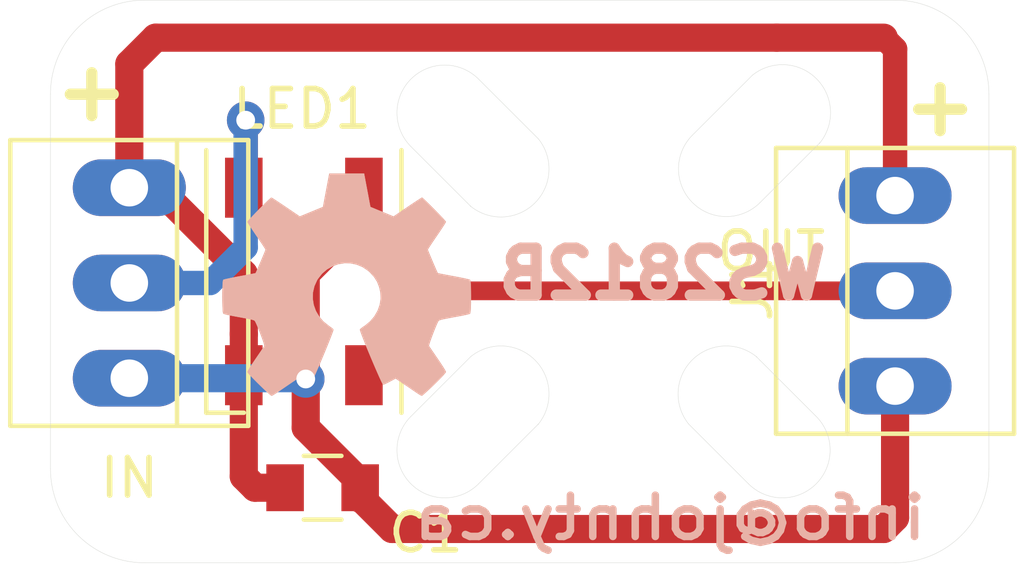
<source format=kicad_pcb>
(kicad_pcb (version 4) (host pcbnew 4.0.6)

  (general
    (links 8)
    (no_connects 1)
    (area 78.473809 92.494999 112.557143 108.075)
    (thickness 1.6)
    (drawings 44)
    (tracks 37)
    (zones 0)
    (modules 5)
    (nets 5)
  )

  (page A4)
  (layers
    (0 F.Cu signal)
    (31 B.Cu signal)
    (32 B.Adhes user)
    (33 F.Adhes user)
    (34 B.Paste user)
    (35 F.Paste user)
    (36 B.SilkS user)
    (37 F.SilkS user)
    (38 B.Mask user)
    (39 F.Mask user)
    (40 Dwgs.User user)
    (41 Cmts.User user)
    (42 Eco1.User user hide)
    (43 Eco2.User user)
    (44 Edge.Cuts user)
    (45 Margin user)
    (46 B.CrtYd user)
    (47 F.CrtYd user)
    (48 B.Fab user)
    (49 F.Fab user)
  )

  (setup
    (last_trace_width 0.65)
    (user_trace_width 0.3)
    (user_trace_width 0.4)
    (user_trace_width 0.5)
    (user_trace_width 0.65)
    (trace_clearance 0.2)
    (zone_clearance 0.508)
    (zone_45_only no)
    (trace_min 0.3)
    (segment_width 0.01)
    (edge_width 0.01)
    (via_size 0.6)
    (via_drill 0.4)
    (via_min_size 0.4)
    (via_min_drill 0.3)
    (user_via 1 0.5)
    (uvia_size 0.3)
    (uvia_drill 0.1)
    (uvias_allowed no)
    (uvia_min_size 0.2)
    (uvia_min_drill 0.1)
    (pcb_text_width 0.3)
    (pcb_text_size 1.5 1.5)
    (mod_edge_width 0.15)
    (mod_text_size 1 1)
    (mod_text_width 0.15)
    (pad_size 1.524 1.524)
    (pad_drill 0.762)
    (pad_to_mask_clearance 0.2)
    (aux_axis_origin 0 0)
    (grid_origin 90 92.5)
    (visible_elements 7FFFFFFF)
    (pcbplotparams
      (layerselection 0x00030_80000001)
      (usegerberextensions false)
      (excludeedgelayer true)
      (linewidth 0.100000)
      (plotframeref false)
      (viasonmask false)
      (mode 1)
      (useauxorigin false)
      (hpglpennumber 1)
      (hpglpenspeed 20)
      (hpglpendiameter 15)
      (hpglpenoverlay 2)
      (psnegative false)
      (psa4output false)
      (plotreference true)
      (plotvalue true)
      (plotinvisibletext false)
      (padsonsilk false)
      (subtractmaskfromsilk false)
      (outputformat 1)
      (mirror false)
      (drillshape 1)
      (scaleselection 1)
      (outputdirectory ""))
  )

  (net 0 "")
  (net 1 "Net-(J1-Pad2)")
  (net 2 "Net-(C1-Pad1)")
  (net 3 "Net-(C1-Pad2)")
  (net 4 "Net-(J2-Pad2)")

  (net_class Default "This is the default net class."
    (clearance 0.2)
    (trace_width 0.3)
    (via_dia 0.6)
    (via_drill 0.4)
    (uvia_dia 0.3)
    (uvia_drill 0.1)
    (add_net "Net-(C1-Pad1)")
    (add_net "Net-(C1-Pad2)")
    (add_net "Net-(J1-Pad2)")
    (add_net "Net-(J2-Pad2)")
  )

  (net_class newTrack ""
    (clearance 0.2)
    (trace_width 0.5)
    (via_dia 0.6)
    (via_drill 0.4)
    (uvia_dia 0.3)
    (uvia_drill 0.1)
  )

  (module LEDs:LED_WS2812B-PLCC4 (layer F.Cu) (tedit 59A8CB04) (tstamp 59A8C9C9)
    (at 91.75 100 270)
    (descr http://www.world-semi.com/uploads/soft/150522/1-150522091P5.pdf)
    (tags "LED NeoPixel")
    (path /59A8C6A8)
    (attr smd)
    (fp_text reference LED1 (at -4.6 0.05 360) (layer F.SilkS)
      (effects (font (size 1 1) (thickness 0.15)))
    )
    (fp_text value WS2812B (at 0 4 270) (layer F.Fab) hide
      (effects (font (size 1 1) (thickness 0.15)))
    )
    (fp_line (start 3.75 -2.85) (end -3.75 -2.85) (layer F.CrtYd) (width 0.05))
    (fp_line (start 3.75 2.85) (end 3.75 -2.85) (layer F.CrtYd) (width 0.05))
    (fp_line (start -3.75 2.85) (end 3.75 2.85) (layer F.CrtYd) (width 0.05))
    (fp_line (start -3.75 -2.85) (end -3.75 2.85) (layer F.CrtYd) (width 0.05))
    (fp_line (start 2.5 1.5) (end 1.5 2.5) (layer F.Fab) (width 0.1))
    (fp_line (start -2.5 -2.5) (end -2.5 2.5) (layer F.Fab) (width 0.1))
    (fp_line (start -2.5 2.5) (end 2.5 2.5) (layer F.Fab) (width 0.1))
    (fp_line (start 2.5 2.5) (end 2.5 -2.5) (layer F.Fab) (width 0.1))
    (fp_line (start 2.5 -2.5) (end -2.5 -2.5) (layer F.Fab) (width 0.1))
    (fp_line (start -3.5 -2.6) (end 3.5 -2.6) (layer F.SilkS) (width 0.12))
    (fp_line (start -3.5 2.6) (end 3.5 2.6) (layer F.SilkS) (width 0.12))
    (fp_line (start 3.5 2.6) (end 3.5 1.6) (layer F.SilkS) (width 0.12))
    (fp_circle (center 0 0) (end 0 -2) (layer F.Fab) (width 0.1))
    (pad 3 smd rect (at 2.5 1.6 270) (size 1.6 1) (layers F.Cu F.Paste F.Mask)
      (net 3 "Net-(C1-Pad2)"))
    (pad 4 smd rect (at 2.5 -1.6 270) (size 1.6 1) (layers F.Cu F.Paste F.Mask)
      (net 1 "Net-(J1-Pad2)"))
    (pad 2 smd rect (at -2.5 1.6 270) (size 1.6 1) (layers F.Cu F.Paste F.Mask)
      (net 4 "Net-(J2-Pad2)"))
    (pad 1 smd rect (at -2.5 -1.6 270) (size 1.6 1) (layers F.Cu F.Paste F.Mask)
      (net 2 "Net-(C1-Pad1)"))
    (model ${KISYS3DMOD}/LEDs.3dshapes/LED_WS2812B-PLCC4.wrl
      (at (xyz 0 0 0))
      (scale (xyz 0.39 0.39 0.39))
      (rotate (xyz 0 0 180))
    )
  )

  (module Capacitors_SMD:C_0805 (layer F.Cu) (tedit 59A8DB40) (tstamp 59A8D72B)
    (at 92.25 105.5 180)
    (descr "Capacitor SMD 0805, reflow soldering, AVX (see smccp.pdf)")
    (tags "capacitor 0805")
    (path /59A8D68D)
    (attr smd)
    (fp_text reference C1 (at 0 -1.5 180) (layer F.SilkS) hide
      (effects (font (size 1 1) (thickness 0.15)))
    )
    (fp_text value C1 (at 0 1.75 180) (layer F.SilkS) hide
      (effects (font (size 1 1) (thickness 0.15)))
    )
    (fp_text user %R (at -2.75 -1.2 180) (layer F.SilkS)
      (effects (font (size 1 1) (thickness 0.15)))
    )
    (fp_line (start -1 0.62) (end -1 -0.62) (layer F.Fab) (width 0.1))
    (fp_line (start 1 0.62) (end -1 0.62) (layer F.Fab) (width 0.1))
    (fp_line (start 1 -0.62) (end 1 0.62) (layer F.Fab) (width 0.1))
    (fp_line (start -1 -0.62) (end 1 -0.62) (layer F.Fab) (width 0.1))
    (fp_line (start 0.5 -0.85) (end -0.5 -0.85) (layer F.SilkS) (width 0.12))
    (fp_line (start -0.5 0.85) (end 0.5 0.85) (layer F.SilkS) (width 0.12))
    (fp_line (start -1.75 -0.88) (end 1.75 -0.88) (layer F.CrtYd) (width 0.05))
    (fp_line (start -1.75 -0.88) (end -1.75 0.87) (layer F.CrtYd) (width 0.05))
    (fp_line (start 1.75 0.87) (end 1.75 -0.88) (layer F.CrtYd) (width 0.05))
    (fp_line (start 1.75 0.87) (end -1.75 0.87) (layer F.CrtYd) (width 0.05))
    (pad 1 smd rect (at -1 0 180) (size 1 1.25) (layers F.Cu F.Paste F.Mask)
      (net 2 "Net-(C1-Pad1)"))
    (pad 2 smd rect (at 1 0 180) (size 1 1.25) (layers F.Cu F.Paste F.Mask)
      (net 3 "Net-(C1-Pad2)"))
    (model Capacitors_SMD.3dshapes/C_0805.wrl
      (at (xyz 0 0 0))
      (scale (xyz 1 1 1))
      (rotate (xyz 0 0 0))
    )
  )

  (module Connectors:PINHEAD1-3 (layer F.Cu) (tedit 59BC4502) (tstamp 59A8D8EE)
    (at 87.1 97.5 270)
    (path /59A8D9D3)
    (fp_text reference J2 (at 2.59 -3.8 270) (layer F.SilkS) hide
      (effects (font (size 1 1) (thickness 0.15)))
    )
    (fp_text value IN (at 7.74 0 360) (layer F.SilkS)
      (effects (font (size 1 1) (thickness 0.15)))
    )
    (fp_line (start -1.27 -3.17) (end -1.27 3.17) (layer F.SilkS) (width 0.12))
    (fp_line (start 6.35 -3.17) (end 6.35 3.17) (layer F.SilkS) (width 0.12))
    (fp_line (start 6.35 -1.27) (end -1.27 -1.27) (layer F.SilkS) (width 0.12))
    (fp_line (start -1.27 -3.17) (end 6.35 -3.17) (layer F.SilkS) (width 0.12))
    (fp_line (start 6.35 3.17) (end -1.27 3.17) (layer F.SilkS) (width 0.12))
    (fp_line (start -1.52 -3.42) (end 6.6 -3.42) (layer F.CrtYd) (width 0.05))
    (fp_line (start -1.52 -3.42) (end -1.52 3.42) (layer F.CrtYd) (width 0.05))
    (fp_line (start 6.6 3.42) (end 6.6 -3.42) (layer F.CrtYd) (width 0.05))
    (fp_line (start 6.6 3.42) (end -1.52 3.42) (layer F.CrtYd) (width 0.05))
    (pad 1 thru_hole oval (at 0 0 270) (size 1.51 3.01) (drill 1) (layers *.Cu *.Mask)
      (net 3 "Net-(C1-Pad2)"))
    (pad 2 thru_hole oval (at 2.54 0 270) (size 1.51 3.01) (drill 1) (layers *.Cu *.Mask)
      (net 4 "Net-(J2-Pad2)"))
    (pad 3 thru_hole oval (at 5.08 0 270) (size 1.51 3.01) (drill 1) (layers *.Cu *.Mask)
      (net 2 "Net-(C1-Pad1)"))
  )

  (module Connectors:PINHEAD1-3 (layer F.Cu) (tedit 59BC4519) (tstamp 59A8D970)
    (at 107.5 102.79 90)
    (path /59A8D80D)
    (fp_text reference J1 (at 2.59 -3.8 90) (layer F.SilkS)
      (effects (font (size 1 1) (thickness 0.15)))
    )
    (fp_text value OUT (at 3.59 -3.3 180) (layer F.SilkS)
      (effects (font (size 1 1) (thickness 0.15)))
    )
    (fp_line (start -1.27 -3.17) (end -1.27 3.17) (layer F.SilkS) (width 0.12))
    (fp_line (start 6.35 -3.17) (end 6.35 3.17) (layer F.SilkS) (width 0.12))
    (fp_line (start 6.35 -1.27) (end -1.27 -1.27) (layer F.SilkS) (width 0.12))
    (fp_line (start -1.27 -3.17) (end 6.35 -3.17) (layer F.SilkS) (width 0.12))
    (fp_line (start 6.35 3.17) (end -1.27 3.17) (layer F.SilkS) (width 0.12))
    (fp_line (start -1.52 -3.42) (end 6.6 -3.42) (layer F.CrtYd) (width 0.05))
    (fp_line (start -1.52 -3.42) (end -1.52 3.42) (layer F.CrtYd) (width 0.05))
    (fp_line (start 6.6 3.42) (end 6.6 -3.42) (layer F.CrtYd) (width 0.05))
    (fp_line (start 6.6 3.42) (end -1.52 3.42) (layer F.CrtYd) (width 0.05))
    (pad 1 thru_hole oval (at 0 0 90) (size 1.51 3.01) (drill 1) (layers *.Cu *.Mask)
      (net 2 "Net-(C1-Pad1)"))
    (pad 2 thru_hole oval (at 2.54 0 90) (size 1.51 3.01) (drill 1) (layers *.Cu *.Mask)
      (net 1 "Net-(J1-Pad2)"))
    (pad 3 thru_hole oval (at 5.08 0 90) (size 1.51 3.01) (drill 1) (layers *.Cu *.Mask)
      (net 3 "Net-(C1-Pad2)"))
  )

  (module Symbols:OSHW-Symbol_6.7x6mm_SilkScreen (layer B.Cu) (tedit 0) (tstamp 59A8E15B)
    (at 92.9 100.1 180)
    (descr "Open Source Hardware Symbol")
    (tags "Logo Symbol OSHW")
    (attr virtual)
    (fp_text reference REF*** (at 0 0 180) (layer B.SilkS) hide
      (effects (font (size 1 1) (thickness 0.15)) (justify mirror))
    )
    (fp_text value OSHW-Symbol_6.7x6mm_SilkScreen (at 0.75 0 180) (layer B.Fab) hide
      (effects (font (size 1 1) (thickness 0.15)) (justify mirror))
    )
    (fp_poly (pts (xy 0.555814 2.531069) (xy 0.639635 2.086445) (xy 0.94892 1.958947) (xy 1.258206 1.831449)
      (xy 1.629246 2.083754) (xy 1.733157 2.154004) (xy 1.827087 2.216728) (xy 1.906652 2.269062)
      (xy 1.96747 2.308143) (xy 2.005157 2.331107) (xy 2.015421 2.336058) (xy 2.03391 2.323324)
      (xy 2.07342 2.288118) (xy 2.129522 2.234938) (xy 2.197787 2.168282) (xy 2.273786 2.092646)
      (xy 2.353092 2.012528) (xy 2.431275 1.932426) (xy 2.503907 1.856836) (xy 2.566559 1.790255)
      (xy 2.614803 1.737182) (xy 2.64421 1.702113) (xy 2.651241 1.690377) (xy 2.641123 1.66874)
      (xy 2.612759 1.621338) (xy 2.569129 1.552807) (xy 2.513218 1.467785) (xy 2.448006 1.370907)
      (xy 2.410219 1.31565) (xy 2.341343 1.214752) (xy 2.28014 1.123701) (xy 2.229578 1.04703)
      (xy 2.192628 0.989272) (xy 2.172258 0.954957) (xy 2.169197 0.947746) (xy 2.176136 0.927252)
      (xy 2.195051 0.879487) (xy 2.223087 0.811168) (xy 2.257391 0.729011) (xy 2.295109 0.63973)
      (xy 2.333387 0.550042) (xy 2.36937 0.466662) (xy 2.400206 0.396306) (xy 2.423039 0.34569)
      (xy 2.435017 0.321529) (xy 2.435724 0.320578) (xy 2.454531 0.315964) (xy 2.504618 0.305672)
      (xy 2.580793 0.290713) (xy 2.677865 0.272099) (xy 2.790643 0.250841) (xy 2.856442 0.238582)
      (xy 2.97695 0.215638) (xy 3.085797 0.193805) (xy 3.177476 0.174278) (xy 3.246481 0.158252)
      (xy 3.287304 0.146921) (xy 3.295511 0.143326) (xy 3.303548 0.118994) (xy 3.310033 0.064041)
      (xy 3.31497 -0.015108) (xy 3.318364 -0.112026) (xy 3.320218 -0.220287) (xy 3.320538 -0.333465)
      (xy 3.319327 -0.445135) (xy 3.31659 -0.548868) (xy 3.312331 -0.638241) (xy 3.306555 -0.706826)
      (xy 3.299267 -0.748197) (xy 3.294895 -0.75681) (xy 3.268764 -0.767133) (xy 3.213393 -0.781892)
      (xy 3.136107 -0.799352) (xy 3.04423 -0.81778) (xy 3.012158 -0.823741) (xy 2.857524 -0.852066)
      (xy 2.735375 -0.874876) (xy 2.641673 -0.89308) (xy 2.572384 -0.907583) (xy 2.523471 -0.919292)
      (xy 2.490897 -0.929115) (xy 2.470628 -0.937956) (xy 2.458626 -0.946724) (xy 2.456947 -0.948457)
      (xy 2.440184 -0.976371) (xy 2.414614 -1.030695) (xy 2.382788 -1.104777) (xy 2.34726 -1.191965)
      (xy 2.310583 -1.285608) (xy 2.275311 -1.379052) (xy 2.243996 -1.465647) (xy 2.219193 -1.53874)
      (xy 2.203454 -1.591678) (xy 2.199332 -1.617811) (xy 2.199676 -1.618726) (xy 2.213641 -1.640086)
      (xy 2.245322 -1.687084) (xy 2.291391 -1.754827) (xy 2.348518 -1.838423) (xy 2.413373 -1.932982)
      (xy 2.431843 -1.959854) (xy 2.497699 -2.057275) (xy 2.55565 -2.146163) (xy 2.602538 -2.221412)
      (xy 2.635207 -2.27792) (xy 2.6505 -2.310581) (xy 2.651241 -2.314593) (xy 2.638392 -2.335684)
      (xy 2.602888 -2.377464) (xy 2.549293 -2.435445) (xy 2.482171 -2.505135) (xy 2.406087 -2.582045)
      (xy 2.325604 -2.661683) (xy 2.245287 -2.739561) (xy 2.169699 -2.811186) (xy 2.103405 -2.87207)
      (xy 2.050969 -2.917721) (xy 2.016955 -2.94365) (xy 2.007545 -2.947883) (xy 1.985643 -2.937912)
      (xy 1.9408 -2.91102) (xy 1.880321 -2.871736) (xy 1.833789 -2.840117) (xy 1.749475 -2.782098)
      (xy 1.649626 -2.713784) (xy 1.549473 -2.645579) (xy 1.495627 -2.609075) (xy 1.313371 -2.4858)
      (xy 1.160381 -2.56852) (xy 1.090682 -2.604759) (xy 1.031414 -2.632926) (xy 0.991311 -2.648991)
      (xy 0.981103 -2.651226) (xy 0.968829 -2.634722) (xy 0.944613 -2.588082) (xy 0.910263 -2.515609)
      (xy 0.867588 -2.421606) (xy 0.818394 -2.310374) (xy 0.76449 -2.186215) (xy 0.707684 -2.053432)
      (xy 0.649782 -1.916327) (xy 0.592593 -1.779202) (xy 0.537924 -1.646358) (xy 0.487584 -1.522098)
      (xy 0.44338 -1.410725) (xy 0.407119 -1.316539) (xy 0.380609 -1.243844) (xy 0.365658 -1.196941)
      (xy 0.363254 -1.180833) (xy 0.382311 -1.160286) (xy 0.424036 -1.126933) (xy 0.479706 -1.087702)
      (xy 0.484378 -1.084599) (xy 0.628264 -0.969423) (xy 0.744283 -0.835053) (xy 0.83143 -0.685784)
      (xy 0.888699 -0.525913) (xy 0.915086 -0.359737) (xy 0.909585 -0.191552) (xy 0.87119 -0.025655)
      (xy 0.798895 0.133658) (xy 0.777626 0.168513) (xy 0.666996 0.309263) (xy 0.536302 0.422286)
      (xy 0.390064 0.506997) (xy 0.232808 0.562806) (xy 0.069057 0.589126) (xy -0.096667 0.58537)
      (xy -0.259838 0.55095) (xy -0.415935 0.485277) (xy -0.560433 0.387765) (xy -0.605131 0.348187)
      (xy -0.718888 0.224297) (xy -0.801782 0.093876) (xy -0.858644 -0.052315) (xy -0.890313 -0.197088)
      (xy -0.898131 -0.35986) (xy -0.872062 -0.52344) (xy -0.814755 -0.682298) (xy -0.728856 -0.830906)
      (xy -0.617014 -0.963735) (xy -0.481877 -1.075256) (xy -0.464117 -1.087011) (xy -0.40785 -1.125508)
      (xy -0.365077 -1.158863) (xy -0.344628 -1.18016) (xy -0.344331 -1.180833) (xy -0.348721 -1.203871)
      (xy -0.366124 -1.256157) (xy -0.394732 -1.33339) (xy -0.432735 -1.431268) (xy -0.478326 -1.545491)
      (xy -0.529697 -1.671758) (xy -0.585038 -1.805767) (xy -0.642542 -1.943218) (xy -0.700399 -2.079808)
      (xy -0.756802 -2.211237) (xy -0.809942 -2.333205) (xy -0.85801 -2.441409) (xy -0.899199 -2.531549)
      (xy -0.931699 -2.599323) (xy -0.953703 -2.64043) (xy -0.962564 -2.651226) (xy -0.98964 -2.642819)
      (xy -1.040303 -2.620272) (xy -1.105817 -2.587613) (xy -1.141841 -2.56852) (xy -1.294832 -2.4858)
      (xy -1.477088 -2.609075) (xy -1.570125 -2.672228) (xy -1.671985 -2.741727) (xy -1.767438 -2.807165)
      (xy -1.81525 -2.840117) (xy -1.882495 -2.885273) (xy -1.939436 -2.921057) (xy -1.978646 -2.942938)
      (xy -1.991381 -2.947563) (xy -2.009917 -2.935085) (xy -2.050941 -2.900252) (xy -2.110475 -2.846678)
      (xy -2.184542 -2.777983) (xy -2.269165 -2.697781) (xy -2.322685 -2.646286) (xy -2.416319 -2.554286)
      (xy -2.497241 -2.471999) (xy -2.562177 -2.402945) (xy -2.607858 -2.350644) (xy -2.631011 -2.318616)
      (xy -2.633232 -2.312116) (xy -2.622924 -2.287394) (xy -2.594439 -2.237405) (xy -2.550937 -2.167212)
      (xy -2.495577 -2.081875) (xy -2.43152 -1.986456) (xy -2.413303 -1.959854) (xy -2.346927 -1.863167)
      (xy -2.287378 -1.776117) (xy -2.237984 -1.703595) (xy -2.202075 -1.650493) (xy -2.182981 -1.621703)
      (xy -2.181136 -1.618726) (xy -2.183895 -1.595782) (xy -2.198538 -1.545336) (xy -2.222513 -1.474041)
      (xy -2.253266 -1.388547) (xy -2.288244 -1.295507) (xy -2.324893 -1.201574) (xy -2.360661 -1.113399)
      (xy -2.392994 -1.037634) (xy -2.419338 -0.980931) (xy -2.437142 -0.949943) (xy -2.438407 -0.948457)
      (xy -2.449294 -0.939601) (xy -2.467682 -0.930843) (xy -2.497606 -0.921277) (xy -2.543103 -0.909996)
      (xy -2.608209 -0.896093) (xy -2.696961 -0.878663) (xy -2.813393 -0.856798) (xy -2.961542 -0.829591)
      (xy -2.993618 -0.823741) (xy -3.088686 -0.805374) (xy -3.171565 -0.787405) (xy -3.23493 -0.771569)
      (xy -3.271458 -0.7596) (xy -3.276356 -0.75681) (xy -3.284427 -0.732072) (xy -3.290987 -0.67679)
      (xy -3.296033 -0.597389) (xy -3.299559 -0.500296) (xy -3.301561 -0.391938) (xy -3.302036 -0.27874)
      (xy -3.300977 -0.167128) (xy -3.298382 -0.063529) (xy -3.294246 0.025632) (xy -3.288563 0.093928)
      (xy -3.281331 0.134934) (xy -3.276971 0.143326) (xy -3.252698 0.151792) (xy -3.197426 0.165565)
      (xy -3.116662 0.18345) (xy -3.015912 0.204252) (xy -2.900683 0.226777) (xy -2.837902 0.238582)
      (xy -2.718787 0.260849) (xy -2.612565 0.281021) (xy -2.524427 0.298085) (xy -2.459566 0.311031)
      (xy -2.423174 0.318845) (xy -2.417184 0.320578) (xy -2.407061 0.34011) (xy -2.385662 0.387157)
      (xy -2.355839 0.454997) (xy -2.320445 0.536909) (xy -2.282332 0.626172) (xy -2.244353 0.716065)
      (xy -2.20936 0.799865) (xy -2.180206 0.870853) (xy -2.159743 0.922306) (xy -2.150823 0.947503)
      (xy -2.150657 0.948604) (xy -2.160769 0.968481) (xy -2.189117 1.014223) (xy -2.232723 1.081283)
      (xy -2.288606 1.165116) (xy -2.353787 1.261174) (xy -2.391679 1.31635) (xy -2.460725 1.417519)
      (xy -2.52205 1.50937) (xy -2.572663 1.587256) (xy -2.609571 1.646531) (xy -2.629782 1.682549)
      (xy -2.632701 1.690623) (xy -2.620153 1.709416) (xy -2.585463 1.749543) (xy -2.533063 1.806507)
      (xy -2.467384 1.875815) (xy -2.392856 1.952969) (xy -2.313913 2.033475) (xy -2.234983 2.112837)
      (xy -2.1605 2.18656) (xy -2.094894 2.250148) (xy -2.042596 2.299106) (xy -2.008039 2.328939)
      (xy -1.996478 2.336058) (xy -1.977654 2.326047) (xy -1.932631 2.297922) (xy -1.865787 2.254546)
      (xy -1.781499 2.198782) (xy -1.684144 2.133494) (xy -1.610707 2.083754) (xy -1.239667 1.831449)
      (xy -0.621095 2.086445) (xy -0.537275 2.531069) (xy -0.453454 2.975693) (xy 0.471994 2.975693)
      (xy 0.555814 2.531069)) (layer B.SilkS) (width 0.01))
  )

  (gr_line (start 102 103.8) (end 103.6 105.4) (layer Edge.Cuts) (width 0.01) (tstamp 59BC417C))
  (gr_arc (start 104.5 104.5) (end 105.4 103.6) (angle 180) (layer Edge.Cuts) (width 0.01) (tstamp 59BC417B))
  (gr_line (start 105.4 103.6) (end 103.9 102.1) (layer Edge.Cuts) (width 0.01) (tstamp 59BC417A))
  (gr_line (start 103.9 102.1) (end 103.8 102) (layer Edge.Cuts) (width 0.01) (tstamp 59BC4179))
  (gr_arc (start 103 103) (end 102 103.8) (angle 168.4653793) (layer Edge.Cuts) (width 0.01) (tstamp 59BC4178))
  (gr_line (start 96.2 102) (end 94.6 103.6) (layer Edge.Cuts) (width 0.01) (tstamp 59BC416D))
  (gr_arc (start 95.5 104.5) (end 96.4 105.4) (angle 180) (layer Edge.Cuts) (width 0.01) (tstamp 59BC416C))
  (gr_line (start 96.4 105.4) (end 97.9 103.9) (layer Edge.Cuts) (width 0.01) (tstamp 59BC416B))
  (gr_line (start 97.9 103.9) (end 98 103.8) (layer Edge.Cuts) (width 0.01) (tstamp 59BC416A))
  (gr_arc (start 97 103) (end 96.2 102) (angle 168.4653793) (layer Edge.Cuts) (width 0.01) (tstamp 59BC4169))
  (gr_line (start 103.7 94.5) (end 102.1 96.1) (layer Edge.Cuts) (width 0.01) (tstamp 59BC415E))
  (gr_arc (start 103 97) (end 103.9 97.9) (angle 180) (layer Edge.Cuts) (width 0.01) (tstamp 59BC415D))
  (gr_line (start 103.9 97.9) (end 105.4 96.4) (layer Edge.Cuts) (width 0.01) (tstamp 59BC415C))
  (gr_line (start 105.4 96.4) (end 105.5 96.3) (layer Edge.Cuts) (width 0.01) (tstamp 59BC415B))
  (gr_arc (start 104.5 95.5) (end 103.7 94.5) (angle 168.4653793) (layer Edge.Cuts) (width 0.01) (tstamp 59BC415A))
  (gr_arc (start 97 97) (end 98 96.2) (angle 168.4653793) (layer Edge.Cuts) (width 0.01))
  (gr_line (start 96.1 97.9) (end 96.2 98) (layer Edge.Cuts) (width 0.01))
  (gr_line (start 94.6 96.4) (end 96.1 97.9) (layer Edge.Cuts) (width 0.01))
  (gr_arc (start 95.5 95.5) (end 94.6 96.4) (angle 180) (layer Edge.Cuts) (width 0.01))
  (gr_line (start 98 96.2) (end 96.4 94.6) (layer Edge.Cuts) (width 0.01))
  (gr_line (start 93.9 95.7) (end 96.2 98) (layer Eco1.User) (width 0.01))
  (gr_line (start 94 95.6) (end 93.9 95.7) (layer Eco1.User) (width 0.01))
  (gr_line (start 95.7 93.9) (end 94 95.6) (layer Eco1.User) (width 0.01))
  (gr_line (start 98 96.2) (end 95.7 93.9) (layer Eco1.User) (width 0.01))
  (gr_text info@johnty.ca (at 101.5 106.3) (layer B.SilkS)
    (effects (font (size 1.1 1.25) (thickness 0.2)) (justify mirror))
  )
  (gr_text WS2812B (at 101.3 99.8) (layer B.SilkS)
    (effects (font (size 1.25 1.25) (thickness 0.3)) (justify mirror))
  )
  (gr_line (start 107.5 92.5) (end 90 92.5) (layer Edge.Cuts) (width 0.01))
  (gr_line (start 90 92.5) (end 87.5 92.5) (layer Edge.Cuts) (width 0.01))
  (gr_text + (at 86.1 94.9) (layer F.SilkS)
    (effects (font (size 1.5 1.5) (thickness 0.3)))
  )
  (gr_text + (at 108.7 95.3) (layer F.SilkS)
    (effects (font (size 1.5 1.5) (thickness 0.3)))
  )
  (gr_line (start 90 107.5) (end 87.5 107.5) (layer Edge.Cuts) (width 0.01))
  (gr_line (start 107.5 107.5) (end 90 107.5) (layer Edge.Cuts) (width 0.01))
  (gr_line (start 85 95) (end 85 105) (layer Edge.Cuts) (width 0.01))
  (gr_line (start 110 95) (end 110 105) (layer Edge.Cuts) (width 0.01))
  (gr_arc (start 87.5 105) (end 87.5 107.5) (angle 90) (layer Edge.Cuts) (width 0.01))
  (gr_arc (start 87.5 95) (end 85 95) (angle 89.9) (layer Edge.Cuts) (width 0.01))
  (gr_arc (start 107.5 95) (end 107.5 92.5) (angle 90) (layer Edge.Cuts) (width 0.01))
  (gr_arc (start 107.5 105) (end 110 105) (angle 90) (layer Edge.Cuts) (width 0.01))
  (gr_line (start 95 105) (end 100 100) (layer Eco1.User) (width 0.01))
  (gr_line (start 105 105) (end 95 105) (layer Eco1.User) (width 0.01))
  (gr_line (start 95 95) (end 105 105) (layer Eco1.User) (width 0.01))
  (gr_line (start 105 95) (end 95 95) (layer Eco1.User) (width 0.01))
  (gr_line (start 100 100) (end 105 95) (layer Eco1.User) (width 0.01))
  (gr_circle (center 100 100) (end 104.25 100) (layer Eco1.User) (width 0.01))

  (segment (start 107.5 100.25) (end 95.3 100.25) (width 0.5) (layer F.Cu) (net 1))
  (segment (start 95.3 100.25) (end 93.35 102.2) (width 0.5) (layer F.Cu) (net 1))
  (segment (start 93.35 102.2) (end 93.35 102.5) (width 0.5) (layer F.Cu) (net 1))
  (segment (start 107.5 102.79) (end 107.5 106.3) (width 0.75) (layer F.Cu) (net 2))
  (segment (start 107.5 106.3) (end 107.2 106.6) (width 0.75) (layer F.Cu) (net 2))
  (segment (start 107.2 106.6) (end 94.1 106.6) (width 0.75) (layer F.Cu) (net 2))
  (segment (start 94.1 106.6) (end 93.25 105.75) (width 0.75) (layer F.Cu) (net 2))
  (segment (start 93.25 105.75) (end 93.25 105.5) (width 0.65) (layer F.Cu) (net 2))
  (segment (start 93.25 105.85) (end 93.25 105.5) (width 0.65) (layer F.Cu) (net 2))
  (segment (start 91.8 102.4) (end 91.8 103.9) (width 0.75) (layer F.Cu) (net 2))
  (segment (start 91.8 103.9) (end 93.25 105.35) (width 0.75) (layer F.Cu) (net 2) (tstamp 59BC3D77))
  (segment (start 93.35 97.5) (end 93.35 98.25) (width 0.3) (layer F.Cu) (net 2))
  (segment (start 93.35 98.25) (end 91.8 99.8) (width 0.75) (layer F.Cu) (net 2) (tstamp 59BC3D61))
  (segment (start 91.8 99.8) (end 91.8 102.4) (width 0.75) (layer F.Cu) (net 2) (tstamp 59BC3D62))
  (via (at 91.8 102.6) (size 1) (drill 0.5) (layers F.Cu B.Cu) (net 2))
  (segment (start 91.8 102.4) (end 91.62 102.58) (width 0.3) (layer B.Cu) (net 2) (tstamp 59BC3D67))
  (segment (start 91.62 102.58) (end 87.1 102.58) (width 0.75) (layer B.Cu) (net 2) (tstamp 59BC3D68))
  (segment (start 87.1 102.58) (end 87.2 102.68) (width 0.3) (layer B.Cu) (net 2) (tstamp 59BC3D69))
  (segment (start 107.2 93.5) (end 107.5 93.8) (width 0.65) (layer F.Cu) (net 3))
  (segment (start 107.5 93.8) (end 107.5 97.71) (width 0.65) (layer F.Cu) (net 3))
  (segment (start 104.345 93.5) (end 107.2 93.5) (width 0.75) (layer F.Cu) (net 3))
  (segment (start 87.85 97.5) (end 90.15 99.8) (width 0.75) (layer F.Cu) (net 3))
  (segment (start 90.15 101.4) (end 90.15 102.5) (width 0.75) (layer F.Cu) (net 3))
  (segment (start 90.15 99.8) (end 90.15 101.4) (width 0.75) (layer F.Cu) (net 3))
  (segment (start 90.15 102.5) (end 90.15 105.2) (width 0.75) (layer F.Cu) (net 3))
  (segment (start 90.15 105.2) (end 90.45 105.5) (width 0.75) (layer F.Cu) (net 3))
  (segment (start 90.45 105.5) (end 91.25 105.5) (width 0.75) (layer F.Cu) (net 3))
  (segment (start 87.1 97.5) (end 87.85 97.5) (width 0.75) (layer F.Cu) (net 3))
  (segment (start 87.8 93.5) (end 87.1 94.2) (width 0.75) (layer F.Cu) (net 3))
  (segment (start 87.1 94.2) (end 87.1 97.5) (width 0.75) (layer F.Cu) (net 3))
  (segment (start 104.345 93.5) (end 87.8 93.5) (width 0.75) (layer F.Cu) (net 3))
  (segment (start 90.2 95.7) (end 90.2 97.45) (width 0.65) (layer F.Cu) (net 4))
  (segment (start 90.2 97.45) (end 90.15 97.5) (width 0.65) (layer F.Cu) (net 4))
  (segment (start 90.2 99.095) (end 90.2 95.7) (width 0.65) (layer B.Cu) (net 4))
  (via (at 90.2 95.7) (size 1) (drill 0.5) (layers F.Cu B.Cu) (net 4))
  (segment (start 87.1 100.04) (end 89.255 100.04) (width 0.65) (layer B.Cu) (net 4))
  (segment (start 89.255 100.04) (end 90.2 99.095) (width 0.65) (layer B.Cu) (net 4))

)

</source>
